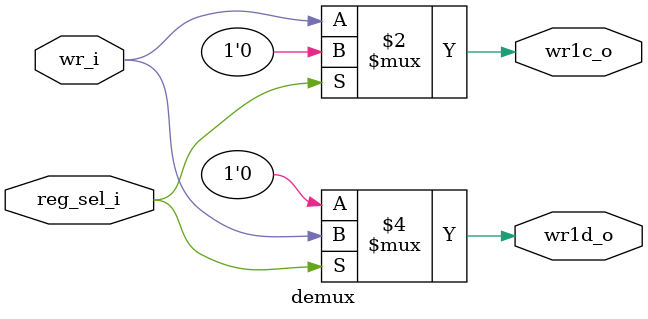
<source format=sv>
module demux(
	input  logic wr_i, //entrada de escritura
	input  logic reg_sel_i, //seleccion de registro
	output logic wr1c_o, //salida de habilitacion de escritura del registro de control
	output logic wr1d_o  //salida de habilitacion de escritura del registro de datos
);

assign wr1c_o = (reg_sel_i == 1'b0) ? wr_i : 1'b0; //solo si la seleccion del registro es 0, habilita la escritura del registro de control 
assign wr1d_o = (reg_sel_i == 1'b1) ? wr_i : 1'b0; //solo si la seleccion del registro es 1, habilita la escritura del registro de datos 

endmodule

</source>
